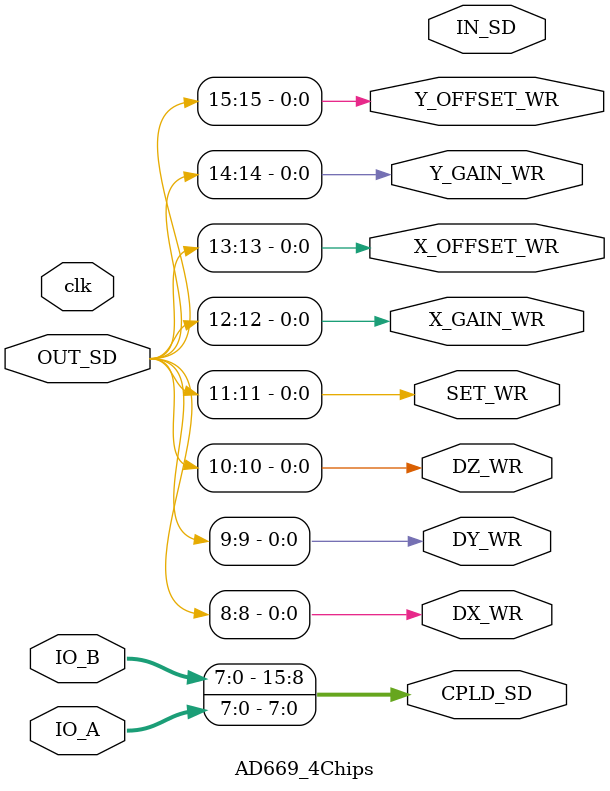
<source format=v>
`timescale 1ns / 1ps
module AD669_4Chips(clk,OUT_SD,IN_SD,IO_A,IO_B,CPLD_SD,DX_WR,DY_WR,DZ_WR,SET_WR,
				X_GAIN_WR,X_OFFSET_WR,Y_GAIN_WR,Y_OFFSET_WR);
	input clk; //1M
	input [7:0] IO_A;
	input [7:0] IO_B;
	input [15:8] OUT_SD;

	output [15:8] IN_SD;
   output [15:0] CPLD_SD;
   output DX_WR;
   output DY_WR;
	output DZ_WR;
	output SET_WR;
	output X_GAIN_WR;
	output X_OFFSET_WR;
	output Y_GAIN_WR;
	output Y_OFFSET_WR;
	
	assign DX_WR = OUT_SD[8];
	assign DY_WR = OUT_SD[9];
	assign DZ_WR = OUT_SD[10];
	assign SET_WR = OUT_SD[11];
	assign X_GAIN_WR = OUT_SD[12];
	assign X_OFFSET_WR = OUT_SD[13];
	assign Y_GAIN_WR = OUT_SD[14];
	assign Y_OFFSET_WR = OUT_SD[15];
	
	assign CPLD_SD[15:0] =	{IO_B[7:0],IO_A[7:0]}; //¹â¸ô°åÒÑ¾­½«Êý¾ÝËù´æ£¬´Ë´¦Ö»ÐèÖ±Á¬¼´¿É

/*	
	wire DX_WR_Adr,DY_WR_Adr,DZ_WR_Adr,SET_WR_Adr;
	assign DX_WR_Adr = !(SA[11:0]==12'h210);  //320
	assign DY_WR_Adr = !(SA[11:0]==12'h212);
	assign DZ_WR_Adr = !(SA[11:0]==12'h214);
	assign SET_WR_Adr = !(SA[11:0]==12'h216);
	
	assign DX_WR = DX_WR_Adr|IOW;  //×÷ÎªÆô¶¯DA×ª»»ÐÅºÅ
	assign CPLD_SD = (DX_WR_Adr)?16'bz:SD; //Æô¶¯DAÇ°×¼±¸ºÃÊý¾Ý
	
	assign DY_WR = DY_WR_Adr|IOW;  //×÷ÎªÆô¶¯DA×ª»»ÐÅºÅ
	assign CPLD_SD = (DY_WR_Adr)?16'bz:SD; //Æô¶¯DAÇ°×¼±¸ºÃÊý¾Ý
	
	assign DZ_WR = DZ_WR_Adr|IOW;  //×÷ÎªÆô¶¯DA×ª»»ÐÅºÅ
	assign CPLD_SD = (DZ_WR_Adr)?16'bz:SD; //Æô¶¯DAÇ°×¼±¸ºÃÊý¾Ý
	
	assign SET_WR = SET_WR_Adr|IOW;  //×÷ÎªÆô¶¯DA×ª»»ÐÅºÅ
	assign CPLD_SD = (SET_WR_Adr)?16'bz:SD; //Æô¶¯DAÇ°×¼±¸ºÃÊý¾Ý
	
	wire X_GAIN_WR_Adr,X_OFFSET_WR_Adr,Y_GAIN_WR_Adr,Y_OFFSET_WR_Adr;
	assign X_GAIN_WR_Adr = !(SA[11:0]==12'h218);  
	assign X_OFFSET_WR_Adr = !(SA[11:0]==12'h219);
	assign Y_GAIN_WR_Adr = !(SA[11:0]==12'h21A);
	assign Y_OFFSET_WR_Adr = !(SA[11:0]==12'h21B);
	
	assign X_GAIN_WR = X_GAIN_WR_Adr|IOW;  //×÷ÎªÆô¶¯DA×ª»»ÐÅºÅ
	assign CPLD_SD[7:0] = (X_GAIN_WR_Adr)?8'bz:SD[7:0]; //Æô¶¯DAÇ°×¼±¸ºÃÊý¾Ý
	
	assign X_OFFSET_WR = X_OFFSET_WR_Adr|IOW;  //×÷ÎªÆô¶¯DA×ª»»ÐÅºÅ
	assign CPLD_SD[7:0] = (X_OFFSET_WR_Adr)?8'bz:SD[7:0]; //Æô¶¯DAÇ°×¼±¸ºÃÊý¾Ý
	
	assign Y_GAIN_WR = Y_GAIN_WR_Adr|IOW;  //×÷ÎªÆô¶¯DA×ª»»ÐÅºÅ
	assign CPLD_SD[7:0] = (Y_GAIN_WR_Adr)?8'bz:SD[7:0]; //Æô¶¯DAÇ°×¼±¸ºÃÊý¾Ý
	
	assign Y_OFFSET_WR = Y_OFFSET_WR_Adr|IOW;  //×÷ÎªÆô¶¯DA×ª»»ÐÅºÅ
	assign CPLD_SD[7:0] = (Y_OFFSET_WR_Adr)?8'bz:SD[7:0]; //Æô¶¯DAÇ°×¼±¸ºÃÊý¾Ý
*/

//16bit´«ÊäÆô¶¯ÔÚAD°åÉÏÍê³É	
//	assign IOCS16 = (DX_WR_Adr & DY_WR_Adr & DZ_WR_Adr & SET_WR_Adr)?1'b1:1'b0; //16bitÊý¾Ý´«Êä,µØÖ·Ñ¡Í¨ÓÐÐ§

endmodule

</source>
